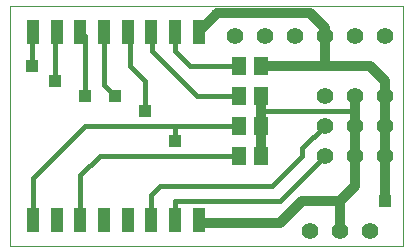
<source format=gtl>
G75*
%MOIN*%
%OFA0B0*%
%FSLAX25Y25*%
%IPPOS*%
%LPD*%
%AMOC8*
5,1,8,0,0,1.08239X$1,22.5*
%
%ADD10C,0.00000*%
%ADD11R,0.03937X0.07874*%
%ADD12R,0.05118X0.06299*%
%ADD13C,0.05600*%
%ADD14C,0.03200*%
%ADD15C,0.01600*%
%ADD16R,0.03962X0.03962*%
D10*
X0036368Y0001000D02*
X0036368Y0080961D01*
X0167569Y0080961D01*
X0167569Y0001000D01*
X0036368Y0001000D01*
D11*
X0044163Y0009504D03*
X0052037Y0009504D03*
X0059911Y0009504D03*
X0067785Y0009504D03*
X0075659Y0009504D03*
X0083533Y0009504D03*
X0091407Y0009504D03*
X0099281Y0009504D03*
X0099281Y0072496D03*
X0091407Y0072496D03*
X0083533Y0072496D03*
X0075659Y0072496D03*
X0067785Y0072496D03*
X0059911Y0072496D03*
X0052037Y0072496D03*
X0044163Y0072496D03*
D12*
X0112628Y0061000D03*
X0120108Y0061000D03*
X0120108Y0051000D03*
X0112628Y0051000D03*
X0112628Y0041000D03*
X0120108Y0041000D03*
X0120108Y0031000D03*
X0112628Y0031000D03*
D13*
X0141368Y0031000D03*
X0151368Y0031000D03*
X0161368Y0031000D03*
X0161368Y0041000D03*
X0151368Y0041000D03*
X0141368Y0041000D03*
X0141368Y0051000D03*
X0151368Y0051000D03*
X0161368Y0051000D03*
X0161368Y0071000D03*
X0151368Y0071000D03*
X0141368Y0071000D03*
X0131368Y0071000D03*
X0121368Y0071000D03*
X0111368Y0071000D03*
X0136368Y0006000D03*
X0146368Y0006000D03*
X0156368Y0006000D03*
D14*
X0146368Y0006000D02*
X0146368Y0016000D01*
X0133868Y0016000D01*
X0126368Y0008500D01*
X0100778Y0008500D01*
X0120108Y0031000D02*
X0120108Y0039740D01*
X0120108Y0041000D02*
X0120108Y0046000D01*
X0120108Y0051000D01*
X0120108Y0061000D02*
X0141368Y0061000D01*
X0156368Y0061000D01*
X0161368Y0056000D01*
X0161368Y0051000D01*
X0161368Y0041000D01*
X0161368Y0031000D01*
X0161368Y0016000D01*
X0151368Y0021000D02*
X0151368Y0031000D01*
X0151368Y0041000D01*
X0151368Y0051000D01*
X0151368Y0046000D01*
X0151368Y0041000D01*
X0141368Y0061000D02*
X0141368Y0071000D01*
X0141368Y0073500D01*
X0136368Y0078500D01*
X0105285Y0078500D01*
X0099281Y0072496D01*
X0151368Y0021000D02*
X0146368Y0016000D01*
D15*
X0141368Y0031000D02*
X0126368Y0016000D01*
X0091368Y0016000D01*
X0091368Y0009543D01*
X0091407Y0009504D01*
X0099281Y0009504D02*
X0100778Y0008500D01*
X0083533Y0009504D02*
X0083533Y0018165D01*
X0086368Y0021000D01*
X0123868Y0021000D01*
X0133868Y0031000D01*
X0133868Y0033500D01*
X0141368Y0041000D01*
X0151368Y0046000D02*
X0120108Y0046000D01*
X0120108Y0041000D02*
X0120108Y0031000D01*
X0112628Y0031000D02*
X0066368Y0031000D01*
X0059911Y0024543D01*
X0059911Y0009504D01*
X0044163Y0009504D02*
X0044163Y0023795D01*
X0061368Y0041000D01*
X0091368Y0041000D01*
X0091368Y0036000D01*
X0091368Y0041000D02*
X0112628Y0041000D01*
X0120108Y0039740D02*
X0121368Y0041000D01*
X0112628Y0051000D02*
X0098868Y0051000D01*
X0083868Y0066000D01*
X0083868Y0072161D01*
X0083533Y0072496D01*
X0076368Y0071787D02*
X0076368Y0061000D01*
X0081368Y0056000D01*
X0081368Y0046000D01*
X0071368Y0051000D02*
X0067785Y0054583D01*
X0067785Y0072496D01*
X0061368Y0071039D02*
X0059911Y0072496D01*
X0061368Y0071039D02*
X0061368Y0051000D01*
X0051368Y0056000D02*
X0051368Y0071827D01*
X0052037Y0072496D01*
X0044163Y0072496D02*
X0043868Y0072201D01*
X0043868Y0061000D01*
X0075659Y0072496D02*
X0076368Y0071787D01*
X0091407Y0072496D02*
X0091407Y0065961D01*
X0096368Y0061000D01*
X0112628Y0061000D01*
D16*
X0141368Y0071000D03*
X0081368Y0046000D03*
X0071368Y0051000D03*
X0061368Y0051000D03*
X0051368Y0056000D03*
X0043868Y0061000D03*
X0091368Y0036000D03*
X0161368Y0016000D03*
M02*

</source>
